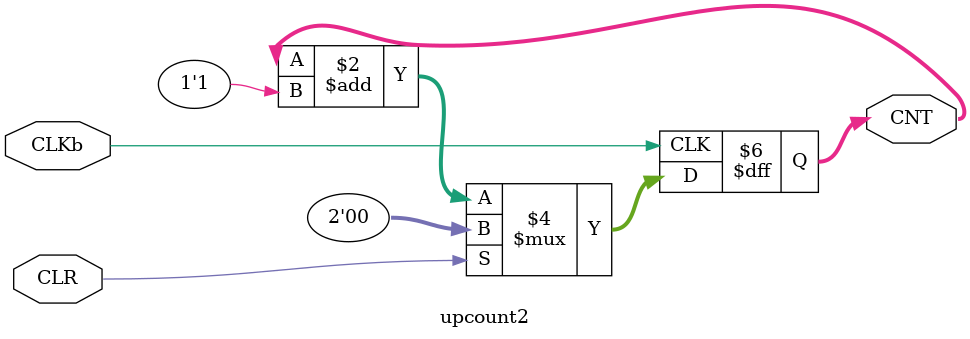
<source format=sv>


module upcount2 (
    input logic CLR,        // Active-high synchronous clear signal
    input logic CLKb,       // Clock signal (negative edge triggered)

    output logic [1:0] CNT  // 2-bit counter output
);


// The counter logic
// It increments on the negative edge of CLKb and resets to 0 when CLR is high
always_ff @(negedge CLKb) begin
    if (CLR) begin
        CNT <= 2'b00;       // Reset counter to 0 when CLR is high
    end else begin
        CNT <= CNT + 1'b1;  // Increment counter on the negative edge of CLKb
    end
end

endmodule


/*
A negative-edge triggered 2-bit up-counter with active-high synchronous clear is used to keep track of the timestep of the current instruction.
*/

/*
1. **Negative-Edge Triggered Counting**: The counter is set to increment on the negative edge of the clock (`negedge CLKb`).
    This means that the counter will increment its value whenever the clock signal transitions from high to low.

2. **Active-High Synchronous Clear**: The counter resets to 0 (`2'b00`) whenever the clear signal (`CLR`) is high.
    This reset happens synchronously with the clock signal.

3. **2-Bit Counter**: The counter (`CNT`) is a 2-bit output, which means it can count from 0 to 3 (00, 01, 10, 11 in binary).

4. **Sequential Logic Implementation**: The `always_ff` block is used for sequential logic, which is appropriate for counters.
    The sensitivity list includes `negedge CLKb` and `posedge CLR`, ensuring the counter reacts to the falling edge of the clock and the rising edge of the clear signal.
*/



// Authors: John Akujobi, LNU Sukhman Singh
// Date: November, Fall, 2023
// Name: 2-bit Up-Counter
// Filename: upcount2.sv
// Description: This module implements a 2-bit up-counter with an active-high synchronous clear.
//  The counter increments on each negative edge of the clock (CLKb) and resets to 0 on a high CLR signal.
//  It is primarily used to track the timestep of the current instruction in the processor.
</source>
